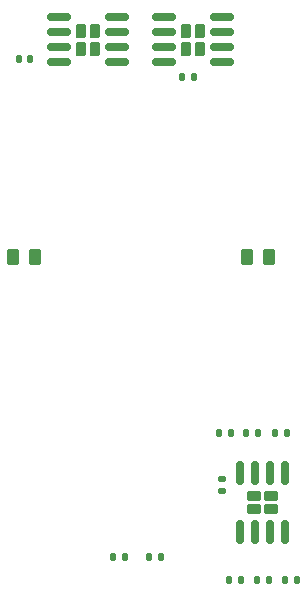
<source format=gbr>
%TF.GenerationSoftware,KiCad,Pcbnew,8.0.5*%
%TF.CreationDate,2024-11-14T15:36:57+05:30*%
%TF.ProjectId,v2ca,76326361-2e6b-4696-9361-645f70636258,rev?*%
%TF.SameCoordinates,Original*%
%TF.FileFunction,Paste,Top*%
%TF.FilePolarity,Positive*%
%FSLAX46Y46*%
G04 Gerber Fmt 4.6, Leading zero omitted, Abs format (unit mm)*
G04 Created by KiCad (PCBNEW 8.0.5) date 2024-11-14 15:36:57*
%MOMM*%
%LPD*%
G01*
G04 APERTURE LIST*
G04 Aperture macros list*
%AMRoundRect*
0 Rectangle with rounded corners*
0 $1 Rounding radius*
0 $2 $3 $4 $5 $6 $7 $8 $9 X,Y pos of 4 corners*
0 Add a 4 corners polygon primitive as box body*
4,1,4,$2,$3,$4,$5,$6,$7,$8,$9,$2,$3,0*
0 Add four circle primitives for the rounded corners*
1,1,$1+$1,$2,$3*
1,1,$1+$1,$4,$5*
1,1,$1+$1,$6,$7*
1,1,$1+$1,$8,$9*
0 Add four rect primitives between the rounded corners*
20,1,$1+$1,$2,$3,$4,$5,0*
20,1,$1+$1,$4,$5,$6,$7,0*
20,1,$1+$1,$6,$7,$8,$9,0*
20,1,$1+$1,$8,$9,$2,$3,0*%
G04 Aperture macros list end*
%ADD10RoundRect,0.230000X-0.230000X-0.375000X0.230000X-0.375000X0.230000X0.375000X-0.230000X0.375000X0*%
%ADD11RoundRect,0.150000X-0.825000X-0.150000X0.825000X-0.150000X0.825000X0.150000X-0.825000X0.150000X0*%
%ADD12RoundRect,0.230000X0.375000X-0.230000X0.375000X0.230000X-0.375000X0.230000X-0.375000X-0.230000X0*%
%ADD13RoundRect,0.150000X0.150000X-0.825000X0.150000X0.825000X-0.150000X0.825000X-0.150000X-0.825000X0*%
%ADD14RoundRect,0.135000X0.135000X0.185000X-0.135000X0.185000X-0.135000X-0.185000X0.135000X-0.185000X0*%
%ADD15RoundRect,0.250000X-0.262500X-0.450000X0.262500X-0.450000X0.262500X0.450000X-0.262500X0.450000X0*%
%ADD16RoundRect,0.250000X0.262500X0.450000X-0.262500X0.450000X-0.262500X-0.450000X0.262500X-0.450000X0*%
%ADD17RoundRect,0.140000X-0.140000X-0.170000X0.140000X-0.170000X0.140000X0.170000X-0.140000X0.170000X0*%
%ADD18RoundRect,0.140000X0.140000X0.170000X-0.140000X0.170000X-0.140000X-0.170000X0.140000X-0.170000X0*%
%ADD19RoundRect,0.140000X-0.170000X0.140000X-0.170000X-0.140000X0.170000X-0.140000X0.170000X0.140000X0*%
G04 APERTURE END LIST*
D10*
%TO.C,U5*%
X57150000Y-56400000D03*
X57150000Y-57900000D03*
X58290000Y-56400000D03*
X58290000Y-57900000D03*
D11*
X55245000Y-55245000D03*
X55245000Y-56515000D03*
X55245000Y-57785000D03*
X55245000Y-59055000D03*
X60195000Y-59055000D03*
X60195000Y-57785000D03*
X60195000Y-56515000D03*
X60195000Y-55245000D03*
%TD*%
D10*
%TO.C,U4*%
X66040000Y-56400000D03*
X66040000Y-57900000D03*
X67180000Y-56400000D03*
X67180000Y-57900000D03*
D11*
X64135000Y-55245000D03*
X64135000Y-56515000D03*
X64135000Y-57785000D03*
X64135000Y-59055000D03*
X69085000Y-59055000D03*
X69085000Y-57785000D03*
X69085000Y-56515000D03*
X69085000Y-55245000D03*
%TD*%
D12*
%TO.C,U2*%
X71755000Y-96898000D03*
X73255000Y-96898000D03*
X71755000Y-95758000D03*
X73255000Y-95758000D03*
D13*
X70600000Y-98803000D03*
X71870000Y-98803000D03*
X73140000Y-98803000D03*
X74410000Y-98803000D03*
X74410000Y-93853000D03*
X73140000Y-93853000D03*
X71870000Y-93853000D03*
X70600000Y-93853000D03*
%TD*%
D14*
%TO.C,R10*%
X72140000Y-90424000D03*
X71120000Y-90424000D03*
%TD*%
%TO.C,R9*%
X74551000Y-90424000D03*
X73531000Y-90424000D03*
%TD*%
%TO.C,R8*%
X69852000Y-90424000D03*
X68832000Y-90424000D03*
%TD*%
D15*
%TO.C,R7*%
X71200000Y-75565000D03*
X73025000Y-75565000D03*
%TD*%
D14*
%TO.C,R6*%
X59817000Y-100965000D03*
X60837000Y-100965000D03*
%TD*%
%TO.C,R5*%
X62863000Y-100965000D03*
X63883000Y-100965000D03*
%TD*%
%TO.C,R4*%
X73025000Y-102870000D03*
X72005000Y-102870000D03*
%TD*%
%TO.C,R3*%
X74418000Y-102870000D03*
X75438000Y-102870000D03*
%TD*%
%TO.C,R2*%
X70715000Y-102867000D03*
X69695000Y-102867000D03*
%TD*%
D16*
%TO.C,R1*%
X53236500Y-75565000D03*
X51411500Y-75565000D03*
%TD*%
D17*
%TO.C,C3*%
X51872000Y-58801000D03*
X52832000Y-58801000D03*
%TD*%
D18*
%TO.C,C2*%
X66675000Y-60325000D03*
X65715000Y-60325000D03*
%TD*%
D19*
%TO.C,C1*%
X69088000Y-94361000D03*
X69088000Y-95321000D03*
%TD*%
M02*

</source>
